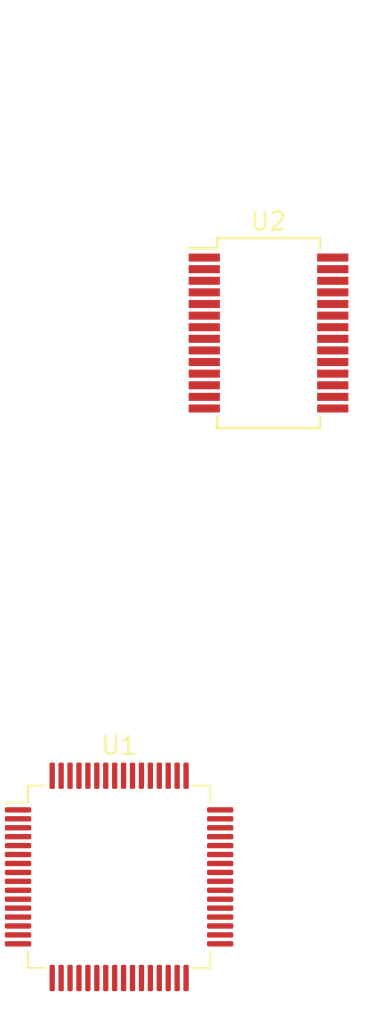
<source format=kicad_pcb>
(kicad_pcb (version 20221018) (generator pcbnew)
  (layers (0 "F.Cu" signal) (31 "B.Cu" signal) (34 "B.Paste" user) (35 "F.Paste" user) (36 "B.SilkS" user "B.Silkscreen") (37 "F.SilkS" user "F.Silkscreen") (38 "B.Mask" user) (39 "F.Mask" user) (44 "Edge.Cuts" user))
  (net 0 "")
  (net 61 "Net-(U1-SDO)")
  (net 62 "Net-(U1-SDI)")
  (net 63 "Net-(U1-SCL)")
  (net 64 "Net-(U1-SEN)")
  (net 75 "Net-(U2-GND-Pad15)")
  (footprint "Package_SO:SSOP-28_5.3x10.2mm_P0.65mm" (layer "F.Cu") (at 155.8 36.935)
    (fp_text reference "U2" (at 0 -6.25) (layer "F.SilkS"))
    (fp_text value "ATmega3208-X")
    (fp_line (start -2.875 -5.325) (end -2.875 -4.75) (stroke (width 0.15)) (layer "F.SilkS"))
    (fp_line (start -2.875 -5.325) (end 2.875 -5.325) (stroke (width 0.15)) (layer "F.SilkS"))
    (fp_line (start -2.875 -4.75) (end -4.475 -4.75) (stroke (width 0.15)) (layer "F.SilkS"))
    (fp_line (start -2.875 5.325) (end -2.875 4.675) (stroke (width 0.15)) (layer "F.SilkS"))
    (fp_line (start -2.875 5.325) (end 2.875 5.325) (stroke (width 0.15)) (layer "F.SilkS"))
    (fp_line (start 2.875 -5.325) (end 2.875 -4.675) (stroke (width 0.15)) (layer "F.SilkS"))
    (fp_line (start 2.875 5.325) (end 2.875 4.675) (stroke (width 0.15)) (layer "F.SilkS"))
    (pad "1" smd rect (at -3.6 -4.225) (size 1.75 0.45) (layers "F.Cu" "F.Paste" "F.Mask"))
    (pad "2" smd rect (at -3.6 -3.575) (size 1.75 0.45) (layers "F.Cu" "F.Paste" "F.Mask"))
    (pad "3" smd rect (at -3.6 -2.925) (size 1.75 0.45) (layers "F.Cu" "F.Paste" "F.Mask"))
    (pad "4" smd rect (at -3.6 -2.275) (size 1.75 0.45) (layers "F.Cu" "F.Paste" "F.Mask"))
    (pad "5" smd rect (at -3.6 -1.625) (size 1.75 0.45) (layers "F.Cu" "F.Paste" "F.Mask"))
    (pad "6" smd rect (at -3.6 -0.975) (size 1.75 0.45) (layers "F.Cu" "F.Paste" "F.Mask"))
    (pad "7" smd rect (at -3.6 -0.325) (size 1.75 0.45) (layers "F.Cu" "F.Paste" "F.Mask"))
    (pad "8" smd rect (at -3.6 0.325) (size 1.75 0.45) (layers "F.Cu" "F.Paste" "F.Mask"))
    (pad "9" smd rect (at -3.6 0.975) (size 1.75 0.45) (layers "F.Cu" "F.Paste" "F.Mask"))
    (pad "10" smd rect (at -3.6 1.625) (size 1.75 0.45) (layers "F.Cu" "F.Paste" "F.Mask") (net 64 "Net-(U1-SEN)"))
    (pad "11" smd rect (at -3.6 2.275) (size 1.75 0.45) (layers "F.Cu" "F.Paste" "F.Mask") (net 61 "Net-(U1-SDO)"))
    (pad "12" smd rect (at -3.6 2.925) (size 1.75 0.45) (layers "F.Cu" "F.Paste" "F.Mask") (net 62 "Net-(U1-SDI)"))
    (pad "13" smd rect (at -3.6 3.575) (size 1.75 0.45) (layers "F.Cu" "F.Paste" "F.Mask") (net 63 "Net-(U1-SCL)"))
    (pad "14" smd rect (at -3.6 4.225) (size 1.75 0.45) (layers "F.Cu" "F.Paste" "F.Mask"))
    (pad "15" smd rect (at 3.6 4.225) (size 1.75 0.45) (layers "F.Cu" "F.Paste" "F.Mask") (net 75 "Net-(U2-GND-Pad15)"))
    (pad "16" smd rect (at 3.6 3.575) (size 1.75 0.45) (layers "F.Cu" "F.Paste" "F.Mask"))
    (pad "17" smd rect (at 3.6 2.925) (size 1.75 0.45) (layers "F.Cu" "F.Paste" "F.Mask"))
    (pad "18" smd rect (at 3.6 2.275) (size 1.75 0.45) (layers "F.Cu" "F.Paste" "F.Mask"))
    (pad "19" smd rect (at 3.6 1.625) (size 1.75 0.45) (layers "F.Cu" "F.Paste" "F.Mask"))
    (pad "20" smd rect (at 3.6 0.975) (size 1.75 0.45) (layers "F.Cu" "F.Paste" "F.Mask"))
    (pad "21" smd rect (at 3.6 0.325) (size 1.75 0.45) (layers "F.Cu" "F.Paste" "F.Mask") (net 75 "Net-(U2-GND-Pad15)"))
    (pad "22" smd rect (at 3.6 -0.325) (size 1.75 0.45) (layers "F.Cu" "F.Paste" "F.Mask"))
    (pad "23" smd rect (at 3.6 -0.975) (size 1.75 0.45) (layers "F.Cu" "F.Paste" "F.Mask"))
    (pad "24" smd rect (at 3.6 -1.625) (size 1.75 0.45) (layers "F.Cu" "F.Paste" "F.Mask"))
    (pad "25" smd rect (at 3.6 -2.275) (size 1.75 0.45) (layers "F.Cu" "F.Paste" "F.Mask"))
    (pad "26" smd rect (at 3.6 -2.925) (size 1.75 0.45) (layers "F.Cu" "F.Paste" "F.Mask"))
    (pad "27" smd rect (at 3.6 -3.575) (size 1.75 0.45) (layers "F.Cu" "F.Paste" "F.Mask"))
    (pad "28" smd rect (at 3.6 -4.225) (size 1.75 0.45) (layers "F.Cu" "F.Paste" "F.Mask"))
  )
  (footprint "Package_QFP:TQFP-64_10x10mm_P0.5mm" (layer "F.Cu") (at 147.43 67.385)
    (fp_text reference "U1" (at 0 -7.35) (layer "F.SilkS"))
    (fp_text value "~")
    (fp_line (start -5.11 -5.11) (end -5.11 -4.16) (stroke (width 0.12)) (layer "F.SilkS"))
    (fp_line (start -5.11 -4.16) (end -6.4 -4.16) (stroke (width 0.12)) (layer "F.SilkS"))
    (fp_line (start -5.11 5.11) (end -5.11 4.16) (stroke (width 0.12)) (layer "F.SilkS"))
    (fp_line (start -4.16 -5.11) (end -5.11 -5.11) (stroke (width 0.12)) (layer "F.SilkS"))
    (fp_line (start -4.16 5.11) (end -5.11 5.11) (stroke (width 0.12)) (layer "F.SilkS"))
    (fp_line (start 4.16 -5.11) (end 5.11 -5.11) (stroke (width 0.12)) (layer "F.SilkS"))
    (fp_line (start 4.16 5.11) (end 5.11 5.11) (stroke (width 0.12)) (layer "F.SilkS"))
    (fp_line (start 5.11 -5.11) (end 5.11 -4.16) (stroke (width 0.12)) (layer "F.SilkS"))
    (fp_line (start 5.11 5.11) (end 5.11 4.16) (stroke (width 0.12)) (layer "F.SilkS"))
    (pad "1" smd roundrect (at -5.6625 -3.75) (size 1.475 0.3) (layers "F.Cu" "F.Paste" "F.Mask"))
    (pad "2" smd roundrect (at -5.6625 -3.25) (size 1.475 0.3) (layers "F.Cu" "F.Paste" "F.Mask"))
    (pad "3" smd roundrect (at -5.6625 -2.75) (size 1.475 0.3) (layers "F.Cu" "F.Paste" "F.Mask"))
    (pad "4" smd roundrect (at -5.6625 -2.25) (size 1.475 0.3) (layers "F.Cu" "F.Paste" "F.Mask"))
    (pad "5" smd roundrect (at -5.6625 -1.75) (size 1.475 0.3) (layers "F.Cu" "F.Paste" "F.Mask"))
    (pad "6" smd roundrect (at -5.6625 -1.25) (size 1.475 0.3) (layers "F.Cu" "F.Paste" "F.Mask"))
    (pad "7" smd roundrect (at -5.6625 -0.75) (size 1.475 0.3) (layers "F.Cu" "F.Paste" "F.Mask"))
    (pad "8" smd roundrect (at -5.6625 -0.25) (size 1.475 0.3) (layers "F.Cu" "F.Paste" "F.Mask"))
    (pad "9" smd roundrect (at -5.6625 0.25) (size 1.475 0.3) (layers "F.Cu" "F.Paste" "F.Mask"))
    (pad "10" smd roundrect (at -5.6625 0.75) (size 1.475 0.3) (layers "F.Cu" "F.Paste" "F.Mask"))
    (pad "11" smd roundrect (at -5.6625 1.25) (size 1.475 0.3) (layers "F.Cu" "F.Paste" "F.Mask"))
    (pad "12" smd roundrect (at -5.6625 1.75) (size 1.475 0.3) (layers "F.Cu" "F.Paste" "F.Mask"))
    (pad "13" smd roundrect (at -5.6625 2.25) (size 1.475 0.3) (layers "F.Cu" "F.Paste" "F.Mask"))
    (pad "14" smd roundrect (at -5.6625 2.75) (size 1.475 0.3) (layers "F.Cu" "F.Paste" "F.Mask"))
    (pad "15" smd roundrect (at -5.6625 3.25) (size 1.475 0.3) (layers "F.Cu" "F.Paste" "F.Mask"))
    (pad "16" smd roundrect (at -5.6625 3.75) (size 1.475 0.3) (layers "F.Cu" "F.Paste" "F.Mask"))
    (pad "17" smd roundrect (at -3.75 5.6625) (size 0.3 1.475) (layers "F.Cu" "F.Paste" "F.Mask"))
    (pad "18" smd roundrect (at -3.25 5.6625) (size 0.3 1.475) (layers "F.Cu" "F.Paste" "F.Mask"))
    (pad "19" smd roundrect (at -2.75 5.6625) (size 0.3 1.475) (layers "F.Cu" "F.Paste" "F.Mask"))
    (pad "20" smd roundrect (at -2.25 5.6625) (size 0.3 1.475) (layers "F.Cu" "F.Paste" "F.Mask"))
    (pad "21" smd roundrect (at -1.75 5.6625) (size 0.3 1.475) (layers "F.Cu" "F.Paste" "F.Mask"))
    (pad "22" smd roundrect (at -1.25 5.6625) (size 0.3 1.475) (layers "F.Cu" "F.Paste" "F.Mask"))
    (pad "23" smd roundrect (at -0.75 5.6625) (size 0.3 1.475) (layers "F.Cu" "F.Paste" "F.Mask"))
    (pad "24" smd roundrect (at -0.25 5.6625) (size 0.3 1.475) (layers "F.Cu" "F.Paste" "F.Mask"))
    (pad "25" smd roundrect (at 0.25 5.6625) (size 0.3 1.475) (layers "F.Cu" "F.Paste" "F.Mask"))
    (pad "26" smd roundrect (at 0.75 5.6625) (size 0.3 1.475) (layers "F.Cu" "F.Paste" "F.Mask"))
    (pad "27" smd roundrect (at 1.25 5.6625) (size 0.3 1.475) (layers "F.Cu" "F.Paste" "F.Mask"))
    (pad "28" smd roundrect (at 1.75 5.6625) (size 0.3 1.475) (layers "F.Cu" "F.Paste" "F.Mask"))
    (pad "29" smd roundrect (at 2.25 5.6625) (size 0.3 1.475) (layers "F.Cu" "F.Paste" "F.Mask"))
    (pad "30" smd roundrect (at 2.75 5.6625) (size 0.3 1.475) (layers "F.Cu" "F.Paste" "F.Mask"))
    (pad "31" smd roundrect (at 3.25 5.6625) (size 0.3 1.475) (layers "F.Cu" "F.Paste" "F.Mask"))
    (pad "32" smd roundrect (at 3.75 5.6625) (size 0.3 1.475) (layers "F.Cu" "F.Paste" "F.Mask"))
    (pad "33" smd roundrect (at 5.6625 3.75) (size 1.475 0.3) (layers "F.Cu" "F.Paste" "F.Mask"))
    (pad "34" smd roundrect (at 5.6625 3.25) (size 1.475 0.3) (layers "F.Cu" "F.Paste" "F.Mask"))
    (pad "35" smd roundrect (at 5.6625 2.75) (size 1.475 0.3) (layers "F.Cu" "F.Paste" "F.Mask"))
    (pad "36" smd roundrect (at 5.6625 2.25) (size 1.475 0.3) (layers "F.Cu" "F.Paste" "F.Mask"))
    (pad "37" smd roundrect (at 5.6625 1.75) (size 1.475 0.3) (layers "F.Cu" "F.Paste" "F.Mask"))
    (pad "38" smd roundrect (at 5.6625 1.25) (size 1.475 0.3) (layers "F.Cu" "F.Paste" "F.Mask"))
    (pad "39" smd roundrect (at 5.6625 0.75) (size 1.475 0.3) (layers "F.Cu" "F.Paste" "F.Mask"))
    (pad "40" smd roundrect (at 5.6625 0.25) (size 1.475 0.3) (layers "F.Cu" "F.Paste" "F.Mask"))
    (pad "41" smd roundrect (at 5.6625 -0.25) (size 1.475 0.3) (layers "F.Cu" "F.Paste" "F.Mask"))
    (pad "42" smd roundrect (at 5.6625 -0.75) (size 1.475 0.3) (layers "F.Cu" "F.Paste" "F.Mask"))
    (pad "43" smd roundrect (at 5.6625 -1.25) (size 1.475 0.3) (layers "F.Cu" "F.Paste" "F.Mask"))
    (pad "44" smd roundrect (at 5.6625 -1.75) (size 1.475 0.3) (layers "F.Cu" "F.Paste" "F.Mask"))
    (pad "45" smd roundrect (at 5.6625 -2.25) (size 1.475 0.3) (layers "F.Cu" "F.Paste" "F.Mask"))
    (pad "46" smd roundrect (at 5.6625 -2.75) (size 1.475 0.3) (layers "F.Cu" "F.Paste" "F.Mask"))
    (pad "47" smd roundrect (at 5.6625 -3.25) (size 1.475 0.3) (layers "F.Cu" "F.Paste" "F.Mask"))
    (pad "48" smd roundrect (at 5.6625 -3.75) (size 1.475 0.3) (layers "F.Cu" "F.Paste" "F.Mask"))
    (pad "49" smd roundrect (at 3.75 -5.6625) (size 0.3 1.475) (layers "F.Cu" "F.Paste" "F.Mask"))
    (pad "50" smd roundrect (at 3.25 -5.6625) (size 0.3 1.475) (layers "F.Cu" "F.Paste" "F.Mask"))
    (pad "51" smd roundrect (at 2.75 -5.6625) (size 0.3 1.475) (layers "F.Cu" "F.Paste" "F.Mask"))
    (pad "52" smd roundrect (at 2.25 -5.6625) (size 0.3 1.475) (layers "F.Cu" "F.Paste" "F.Mask"))
    (pad "53" smd roundrect (at 1.75 -5.6625) (size 0.3 1.475) (layers "F.Cu" "F.Paste" "F.Mask"))
    (pad "54" smd roundrect (at 1.25 -5.6625) (size 0.3 1.475) (layers "F.Cu" "F.Paste" "F.Mask"))
    (pad "55" smd roundrect (at 0.75 -5.6625) (size 0.3 1.475) (layers "F.Cu" "F.Paste" "F.Mask"))
    (pad "56" smd roundrect (at 0.25 -5.6625) (size 0.3 1.475) (layers "F.Cu" "F.Paste" "F.Mask"))
    (pad "57" smd roundrect (at -0.25 -5.6625) (size 0.3 1.475) (layers "F.Cu" "F.Paste" "F.Mask"))
    (pad "58" smd roundrect (at -0.75 -5.6625) (size 0.3 1.475) (layers "F.Cu" "F.Paste" "F.Mask"))
    (pad "59" smd roundrect (at -1.25 -5.6625) (size 0.3 1.475) (layers "F.Cu" "F.Paste" "F.Mask"))
    (pad "60" smd roundrect (at -1.75 -5.6625) (size 0.3 1.475) (layers "F.Cu" "F.Paste" "F.Mask"))
    (pad "61" smd roundrect (at -2.25 -5.6625) (size 0.3 1.475) (layers "F.Cu" "F.Paste" "F.Mask") (net 61 "Net-(U1-SDO)"))
    (pad "62" smd roundrect (at -2.75 -5.6625) (size 0.3 1.475) (layers "F.Cu" "F.Paste" "F.Mask") (net 62 "Net-(U1-SDI)"))
    (pad "63" smd roundrect (at -3.25 -5.6625) (size 0.3 1.475) (layers "F.Cu" "F.Paste" "F.Mask") (net 63 "Net-(U1-SCL)"))
    (pad "64" smd roundrect (at -3.75 -5.6625) (size 0.3 1.475) (layers "F.Cu" "F.Paste" "F.Mask") (net 64 "Net-(U1-SEN)"))
  )
)
</source>
